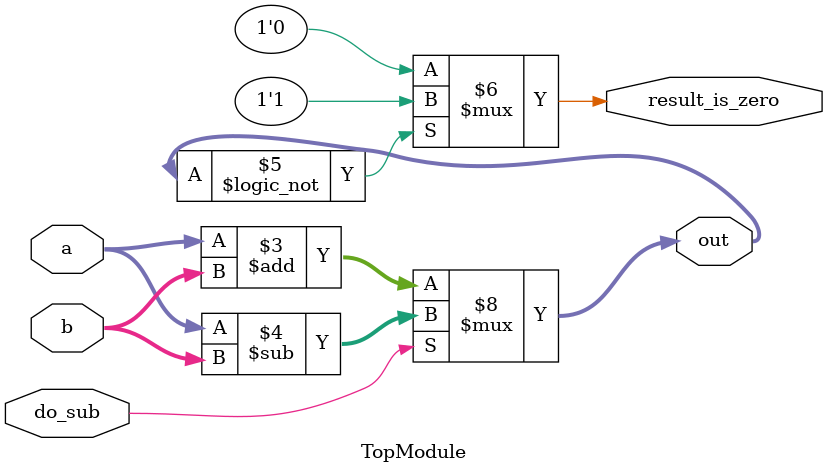
<source format=sv>
module TopModule (
    input logic do_sub,           // Control signal: 0 for add, 1 for subtract
    input logic [7:0] a,          // 8-bit unsigned operand a
    input logic [7:0] b,          // 8-bit unsigned operand b
    output logic [7:0] out,        // 8-bit unsigned result of the operation
    output logic result_is_zero    // Flag indicating if the result is zero
);

    // Combinational logic block: Calculate the result based on do_sub
    always @(*) begin
        if (do_sub == 1'b0) begin
            out = a + b;         // Perform addition when do_sub is 0
        end else begin
            out = a - b;         // Perform subtraction when do_sub is 1
        end

        // Determine if the result is zero
        result_is_zero = (out == 8'b0) ? 1'b1 : 1'b0;
    end

endmodule
</source>
